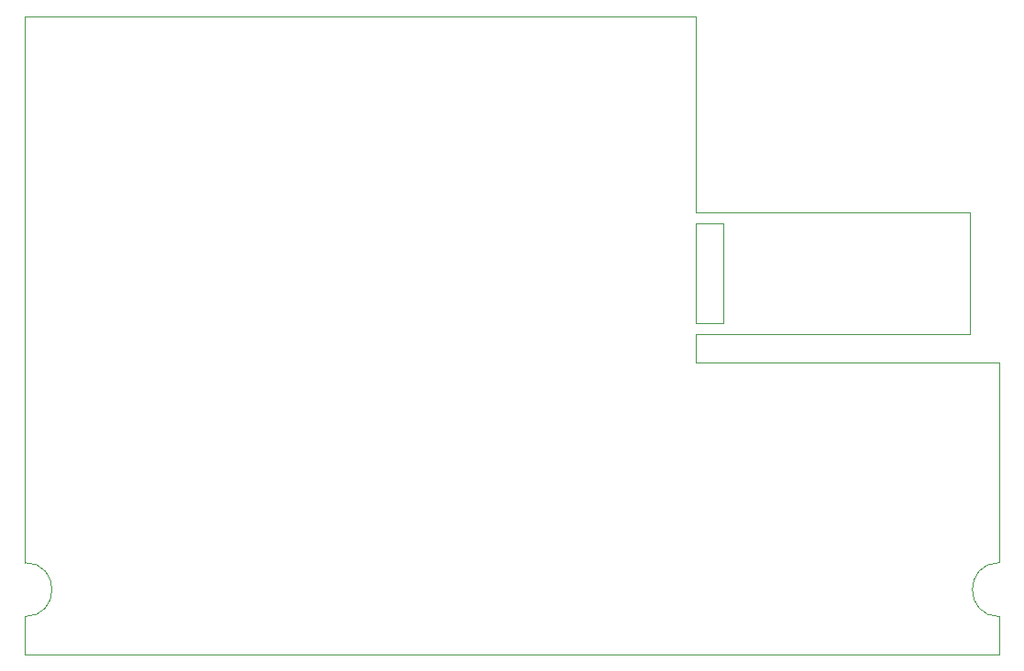
<source format=gko>
%FSLAX25Y25*%
%MOIN*%
G70*
G01*
G75*
G04 Layer_Color=16711935*
%ADD10R,0.03150X0.05512*%
%ADD11R,0.02559X0.00984*%
%ADD12R,0.02362X0.04528*%
%ADD13O,0.07284X0.02362*%
%ADD14R,0.07874X0.03937*%
%ADD15R,0.17716X0.17716*%
%ADD16O,0.02559X0.00984*%
%ADD17O,0.00984X0.02559*%
%ADD18R,0.03543X0.02953*%
%ADD19R,0.05315X0.03740*%
%ADD20R,0.11811X0.00039*%
%ADD21R,0.01575X0.01575*%
%ADD22R,0.06102X0.02559*%
%ADD23O,0.00984X0.02362*%
%ADD24R,0.08268X0.05512*%
%ADD25O,0.01772X0.05118*%
%ADD26R,0.00984X0.01969*%
%ADD27R,0.05118X0.03937*%
%ADD28R,0.03937X0.03543*%
%ADD29R,0.03937X0.01378*%
%ADD30R,0.02953X0.09449*%
%ADD31O,0.02362X0.08071*%
%ADD32R,0.08071X0.03150*%
%ADD33R,0.03543X0.03150*%
%ADD34R,0.01969X0.02362*%
%ADD35R,0.03150X0.03543*%
%ADD36R,0.02362X0.01969*%
%ADD37R,0.03937X0.05118*%
%ADD38C,0.03937*%
%ADD39C,0.01000*%
%ADD40C,0.01969*%
%ADD41C,0.01181*%
%ADD42C,0.03150*%
%ADD43C,0.05906*%
%ADD44C,0.01575*%
%ADD45C,0.03937*%
%ADD46C,0.02362*%
%ADD47C,0.00787*%
G04:AMPARAMS|DCode=48|XSize=18.11mil|YSize=66.44mil|CornerRadius=0mil|HoleSize=0mil|Usage=FLASHONLY|Rotation=34.500|XOffset=0mil|YOffset=0mil|HoleType=Round|Shape=Rectangle|*
%AMROTATEDRECTD48*
4,1,4,0.01135,-0.03251,-0.02628,0.02225,-0.01135,0.03251,0.02628,-0.02225,0.01135,-0.03251,0.0*
%
%ADD48ROTATEDRECTD48*%

%ADD49R,0.01811X0.07992*%
%ADD50R,0.12598X0.05079*%
%ADD51R,0.12598X0.04764*%
%ADD52R,0.08583X0.15590*%
%ADD53R,1.00709X0.04764*%
%ADD54R,0.36142X0.03937*%
%ADD55R,0.19193X0.05079*%
%ADD56R,0.04724X0.03150*%
%ADD57R,0.03937X0.02913*%
%ADD58R,0.35500X0.02000*%
%ADD59R,0.12728X0.02500*%
%ADD60R,0.03032X0.06303*%
%ADD61R,0.05906X0.05906*%
%ADD62C,0.05906*%
%ADD63R,0.05906X0.05906*%
%ADD64C,0.11811*%
%ADD65C,0.06000*%
%ADD66C,0.02598*%
%ADD67C,0.03150*%
%ADD68C,0.07874*%
%ADD69C,0.00984*%
%ADD70C,0.00800*%
%ADD71C,0.11811*%
%ADD72C,0.00394*%
D72*
X228000Y204279D02*
G03*
X228000Y223965I0J9843D01*
G01*
X582331D02*
G03*
X582331Y204279I0J-9843D01*
G01*
X228000Y422784D02*
X472094D01*
X228000Y223965D02*
Y422784D01*
Y190500D02*
Y204279D01*
Y190500D02*
X582331D01*
Y204279D01*
Y224000D02*
Y296799D01*
X472000D02*
X582331D01*
X472000D02*
Y307000D01*
X571701D01*
Y351524D01*
X472094D02*
X571701D01*
X472094D02*
Y422784D01*
X472000Y311000D02*
Y347500D01*
X472094Y347594D02*
X482000D01*
X472000Y311000D02*
X482000D01*
Y347594D01*
X472000Y296799D02*
X571701D01*
X472000Y307000D02*
X571701D01*
X472000Y296799D02*
Y307000D01*
X571701D02*
Y351524D01*
M02*

</source>
